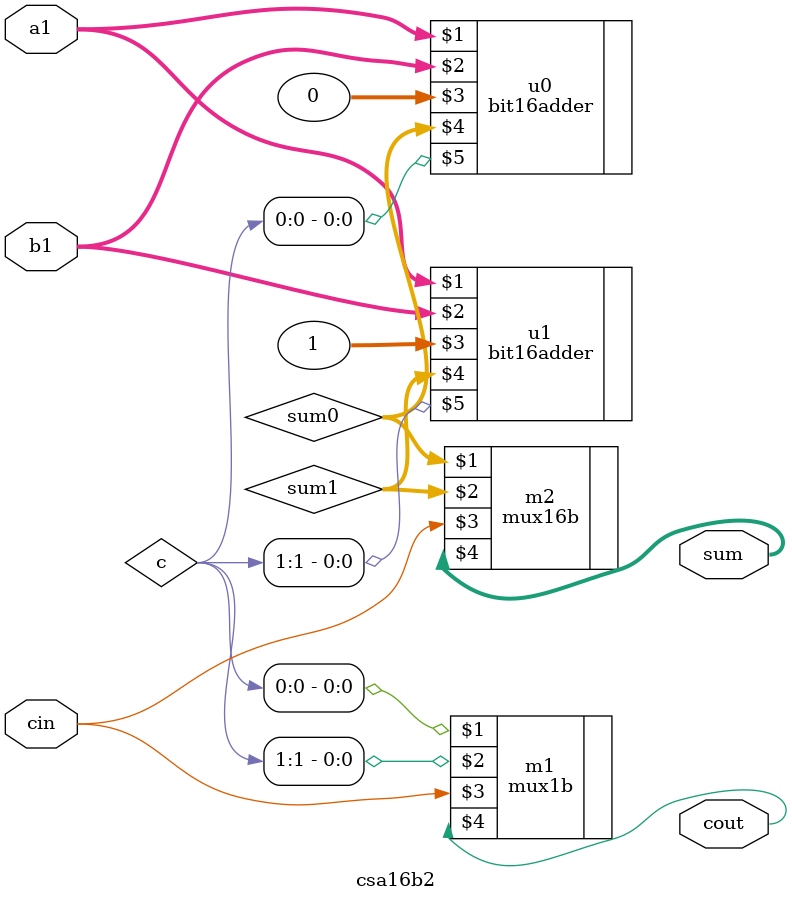
<source format=v>
module csa16b2(input[15:0] a1,b1, input cin, output[15:0] sum, output cout);
	wire[1:0] c;
	wire[15:0] sum0,sum1;
	bit16adder u0(a1, b1, 0, sum0, c[0]);
	bit16adder u1(a1, b1, 1, sum1, c[1]);
	mux1b m1(c[0],c[1],cin,cout);
	mux16b m2(sum0,sum1,cin,sum);
endmodule
</source>
